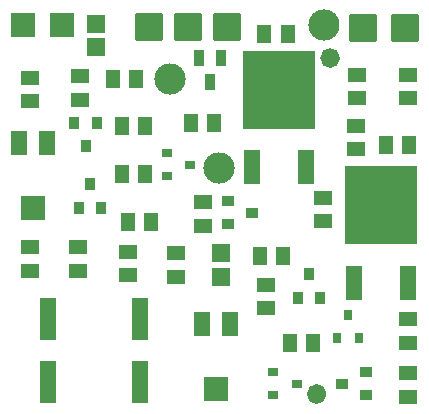
<source format=gts>
G04 Layer: TopSolderMaskLayer*
G04 EasyEDA v6.5.51, 2026-01-23 20:44:13*
G04 9b21f2c40fdd485a9a18e9c23a84d7e9,fbdf34f9d0754eb9a98e5c232fff75f3,10*
G04 Gerber Generator version 0.2*
G04 Scale: 100 percent, Rotated: No, Reflected: No *
G04 Dimensions in millimeters *
G04 leading zeros omitted , absolute positions ,4 integer and 5 decimal *
%FSLAX45Y45*%
%MOMM*%

%AMMACRO1*4,1,8,-1.1212,-1.1509,-1.1509,-1.1209,-1.1509,1.1212,-1.1212,1.1509,1.1209,1.1509,1.1509,1.1212,1.1509,-1.1209,1.1209,-1.1509,-1.1212,-1.1509,0*%
%AMMACRO2*4,1,8,-1.0211,-1.0508,-1.0508,-1.0208,-1.0508,1.0211,-1.0211,1.0508,1.0208,1.0508,1.0508,1.0211,1.0508,-1.0208,1.0208,-1.0508,-1.0211,-1.0508,0*%
%AMMACRO3*4,1,8,-0.6961,-0.7558,-0.7258,-0.7258,-0.7258,0.7261,-0.6961,0.7558,0.6958,0.7558,0.7258,0.7261,0.7258,-0.7258,0.6958,-0.7558,-0.6961,-0.7558,0*%
%AMMACRO4*4,1,8,-0.621,-1.8007,-0.6507,-1.7708,-0.6507,1.771,-0.621,1.8007,0.6208,1.8007,0.6507,1.771,0.6507,-1.7708,0.6208,-1.8007,-0.621,-1.8007,0*%
%AMMACRO5*4,1,8,-0.621,-1.8009,-0.6507,-1.7709,-0.6507,1.7711,-0.621,1.8009,0.6208,1.8009,0.6507,1.7711,0.6507,-1.7709,0.6208,-1.8009,-0.621,-1.8009,0*%
%AMMACRO6*4,1,8,-0.6962,-0.7559,-0.7259,-0.7259,-0.7259,0.7262,-0.6962,0.7559,0.696,0.7559,0.7259,0.7262,0.7259,-0.7259,0.696,-0.7559,-0.6962,-0.7559,0*%
%AMMACRO7*4,1,8,-0.6962,-0.7558,-0.7259,-0.7258,-0.7259,0.7261,-0.6962,0.7558,0.696,0.7558,0.7259,0.7261,0.7259,-0.7258,0.696,-0.7558,-0.6962,-0.7558,0*%
%AMMACRO8*4,1,8,-0.3711,-0.6759,-0.4008,-0.6459,-0.4008,0.6462,-0.3711,0.6759,0.3708,0.6759,0.4008,0.6462,0.4008,-0.6459,0.3708,-0.6759,-0.3711,-0.6759,0*%
%AMMACRO9*4,1,8,-0.3711,-0.3508,-0.4008,-0.3208,-0.4008,0.3211,-0.3711,0.3508,0.3708,0.3508,0.4008,0.3211,0.4008,-0.3208,0.3708,-0.3508,-0.3711,-0.3508,0*%
%AMMACRO10*4,1,8,-0.6712,-1.4507,-0.7009,-1.4207,-0.7009,1.421,-0.6712,1.4507,0.6707,1.4507,0.7004,1.421,0.7009,-1.4207,0.6709,-1.4507,-0.6712,-1.4507,0*%
%AMMACRO11*4,1,8,-0.6711,-1.4507,-0.7008,-1.4207,-0.7008,1.421,-0.6711,1.4507,0.6708,1.4507,0.7008,1.421,0.7008,-1.4207,0.6708,-1.4507,-0.6711,-1.4507,0*%
%AMMACRO12*4,1,8,-3.0211,-3.3009,-3.0508,-3.2709,-3.0508,3.2711,-3.0211,3.3009,3.0208,3.3009,3.0508,3.2711,3.0508,-3.2709,3.0208,-3.3009,-3.0211,-3.3009,0*%
%AMMACRO13*4,1,8,-0.3211,-0.4008,-0.3508,-0.3708,-0.3508,0.3711,-0.3211,0.4008,0.3208,0.4008,0.3508,0.3711,0.3508,-0.3708,0.3208,-0.4008,-0.3211,-0.4008,0*%
%AMMACRO14*4,1,8,-0.5874,-0.7394,-0.6171,-0.7094,-0.6171,0.7097,-0.5874,0.7394,0.5871,0.7394,0.6171,0.7097,0.6171,-0.7094,0.5871,-0.7394,-0.5874,-0.7394,0*%
%AMMACRO15*4,1,8,-0.7097,-0.6171,-0.7394,-0.5871,-0.7394,0.5874,-0.7097,0.6171,0.7094,0.6171,0.7394,0.5874,0.7394,-0.5871,0.7094,-0.6171,-0.7097,-0.6171,0*%
%AMMACRO16*4,1,8,-0.7097,-0.617,-0.7394,-0.587,-0.7394,0.5872,-0.7097,0.617,0.7094,0.617,0.7394,0.5872,0.7394,-0.587,0.7094,-0.617,-0.7097,-0.617,0*%
%AMMACRO17*4,1,8,-0.5874,-0.7393,-0.6171,-0.7093,-0.6171,0.7095,-0.5874,0.7393,0.5871,0.7393,0.6171,0.7095,0.6171,-0.7093,0.5871,-0.7393,-0.5874,-0.7393,0*%
%AMMACRO18*4,1,8,-0.5872,-0.7393,-0.617,-0.7093,-0.617,0.7095,-0.5872,0.7393,0.587,0.7393,0.617,0.7095,0.617,-0.7093,0.587,-0.7393,-0.5872,-0.7393,0*%
%AMMACRO19*4,1,8,-0.6711,-1.0508,-0.7008,-1.0208,-0.7008,1.0211,-0.6711,1.0508,0.6708,1.0508,0.7008,1.0211,0.7008,-1.0208,0.6708,-1.0508,-0.6711,-1.0508,0*%
%AMMACRO20*4,1,8,-0.6712,-1.0508,-0.7009,-1.0208,-0.7009,1.0211,-0.6712,1.0508,0.6709,1.0508,0.7009,1.0211,0.7009,-1.0208,0.6709,-1.0508,-0.6712,-1.0508,0*%
%AMMACRO21*4,1,8,-0.4211,-0.5009,-0.4508,-0.4709,-0.4508,0.4712,-0.4211,0.5009,0.4209,0.5009,0.4508,0.4712,0.4508,-0.4709,0.4209,-0.5009,-0.4211,-0.5009,0*%
%AMMACRO22*4,1,8,-0.4211,-0.5009,-0.4509,-0.4709,-0.4509,0.4712,-0.4211,0.5009,0.4209,0.5009,0.4509,0.4712,0.4509,-0.4709,0.4209,-0.5009,-0.4211,-0.5009,0*%
%AMMACRO23*4,1,8,-0.4712,-0.4508,-0.5009,-0.4209,-0.5009,0.4211,-0.4712,0.4508,0.4709,0.4508,0.5009,0.4211,0.5009,-0.4209,0.4709,-0.4508,-0.4712,-0.4508,0*%
%AMMACRO24*4,1,8,-0.4712,-0.4509,-0.5009,-0.4209,-0.5009,0.4211,-0.4712,0.4509,0.4709,0.4509,0.5009,0.4211,0.5009,-0.4209,0.4709,-0.4509,-0.4712,-0.4509,0*%
%ADD10C,1.1016*%
%ADD11MACRO1*%
%ADD12O,2.6416X2.6416*%
%ADD13C,2.6416*%
%ADD14MACRO2*%
%ADD15MACRO3*%
%ADD16MACRO4*%
%ADD17MACRO5*%
%ADD18C,0.0170*%
%ADD19MACRO6*%
%ADD20MACRO7*%
%ADD21MACRO8*%
%ADD22MACRO9*%
%ADD23MACRO10*%
%ADD24MACRO11*%
%ADD25MACRO12*%
%ADD26MACRO13*%
%ADD27MACRO14*%
%ADD28MACRO15*%
%ADD29MACRO16*%
%ADD30MACRO17*%
%ADD31MACRO18*%
%ADD32MACRO19*%
%ADD33MACRO20*%
%ADD34MACRO21*%
%ADD35MACRO22*%
%ADD36MACRO23*%
%ADD37MACRO24*%
%ADD38C,0.4060*%

%LPD*%
D10*
G01*
X2997200Y3302000D03*
D11*
G01*
X1460500Y3568700D03*
G01*
X1790700Y3568700D03*
G01*
X2120900Y3568700D03*
D12*
G01*
X2057400Y2374900D03*
G01*
X1638300Y3124200D03*
D13*
G01*
X2946400Y3581400D03*
D11*
G01*
X3632200Y3556000D03*
G01*
X3276600Y3556000D03*
D14*
G01*
X723900Y3581400D03*
G01*
X393700Y3581400D03*
D10*
G01*
X2882894Y457200D03*
D15*
G01*
X1015987Y3392487D03*
G01*
X1015987Y3592487D03*
D16*
G01*
X609600Y1092492D03*
D17*
G01*
X609600Y558495D03*
D16*
G01*
X1384300Y1092492D03*
D17*
G01*
X1384300Y558495D03*
D19*
G01*
X2070100Y1649399D03*
D20*
G01*
X2070100Y1449387D03*
D21*
G01*
X2076196Y3300399D03*
G01*
X1886203Y3300399D03*
G01*
X1981200Y3100400D03*
D22*
G01*
X1614500Y2495296D03*
G01*
X1614500Y2305303D03*
G01*
X1814499Y2400300D03*
D23*
G01*
X2795409Y2375903D03*
D24*
G01*
X2335402Y2375903D03*
D25*
G01*
X2565400Y3034296D03*
D23*
G01*
X3659009Y1398003D03*
D24*
G01*
X3199002Y1398003D03*
D25*
G01*
X3429000Y2056396D03*
D26*
G01*
X3054603Y928700D03*
G01*
X3244596Y928700D03*
G01*
X3149600Y1128699D03*
D22*
G01*
X2516200Y641096D03*
G01*
X2516200Y451103D03*
G01*
X2716199Y546100D03*
D27*
G01*
X1157287Y3124200D03*
G01*
X1357312Y3124200D03*
D28*
G01*
X457200Y2935287D03*
D29*
G01*
X457200Y3135299D03*
D27*
G01*
X1233487Y2324100D03*
G01*
X1433512Y2324100D03*
D30*
G01*
X1817687Y2755887D03*
D31*
G01*
X2017699Y2755887D03*
D14*
G01*
X482600Y2036394D03*
D32*
G01*
X365099Y2586405D03*
D33*
G01*
X600113Y2586405D03*
D28*
G01*
X457200Y1700212D03*
G01*
X457200Y1500187D03*
D27*
G01*
X1433512Y2730500D03*
G01*
X1233487Y2730500D03*
G01*
X1484312Y1917700D03*
G01*
X1284287Y1917700D03*
D28*
G01*
X1689100Y1449387D03*
G01*
X1689100Y1649412D03*
D14*
G01*
X2031999Y499694D03*
D32*
G01*
X1914499Y1049705D03*
G01*
X2149500Y1049705D03*
D28*
G01*
X1917700Y2081212D03*
G01*
X1917700Y1881187D03*
G01*
X2933700Y2119312D03*
G01*
X2933700Y1919287D03*
D27*
G01*
X2601912Y1625600D03*
G01*
X2401887Y1625600D03*
D28*
G01*
X3213100Y2728912D03*
G01*
X3213100Y2528887D03*
D27*
G01*
X3668712Y2565400D03*
G01*
X3468687Y2565400D03*
D28*
G01*
X3225800Y3160712D03*
G01*
X3225800Y2960687D03*
G01*
X863600Y1700212D03*
G01*
X863600Y1500187D03*
G01*
X3657600Y1090612D03*
G01*
X3657600Y890587D03*
G01*
X2451100Y1382712D03*
G01*
X2451100Y1182687D03*
G01*
X3657600Y633412D03*
G01*
X3657600Y433387D03*
D27*
G01*
X2855912Y889000D03*
G01*
X2655887Y889000D03*
D28*
G01*
X3657600Y3160712D03*
G01*
X3657600Y2960687D03*
G01*
X1282700Y1662112D03*
G01*
X1282700Y1462087D03*
G01*
X876300Y3148012D03*
G01*
X876300Y2947987D03*
D27*
G01*
X2640012Y3505200D03*
G01*
X2439987Y3505200D03*
D34*
G01*
X1022096Y2754299D03*
G01*
X832103Y2754299D03*
D35*
G01*
X927100Y2554300D03*
D34*
G01*
X870203Y2033600D03*
G01*
X1060196Y2033600D03*
D35*
G01*
X965200Y2233599D03*
D36*
G01*
X2135200Y2088896D03*
G01*
X2135200Y1898903D03*
D37*
G01*
X2335199Y1993900D03*
D36*
G01*
X3300399Y451103D03*
G01*
X3300399Y641096D03*
D37*
G01*
X3100400Y546100D03*
D35*
G01*
X2724403Y1271600D03*
G01*
X2914396Y1271600D03*
D34*
G01*
X2819400Y1471599D03*
D38*
G75*
G01
X3060675Y3302000D02*
G03X3060675Y3302000I-63475J0D01*
G75*
G01
X2946370Y457200D02*
G03X2946370Y457200I-63475J0D01*
M02*

</source>
